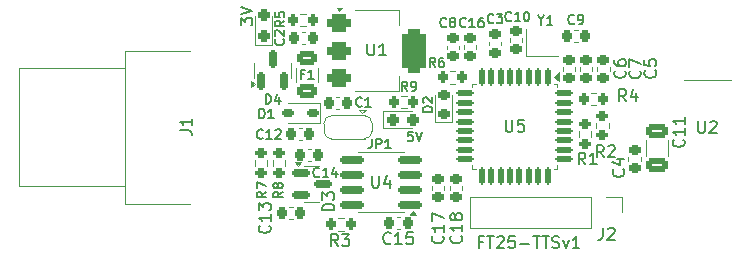
<source format=gbr>
%TF.GenerationSoftware,KiCad,Pcbnew,8.0.8*%
%TF.CreationDate,2025-02-03T14:21:18+01:00*%
%TF.ProjectId,TTS,5454532e-6b69-4636-9164-5f7063625858,rev?*%
%TF.SameCoordinates,PX2255100PY2ebae40*%
%TF.FileFunction,Legend,Top*%
%TF.FilePolarity,Positive*%
%FSLAX46Y46*%
G04 Gerber Fmt 4.6, Leading zero omitted, Abs format (unit mm)*
G04 Created by KiCad (PCBNEW 8.0.8) date 2025-02-03 14:21:18*
%MOMM*%
%LPD*%
G01*
G04 APERTURE LIST*
G04 Aperture macros list*
%AMRoundRect*
0 Rectangle with rounded corners*
0 $1 Rounding radius*
0 $2 $3 $4 $5 $6 $7 $8 $9 X,Y pos of 4 corners*
0 Add a 4 corners polygon primitive as box body*
4,1,4,$2,$3,$4,$5,$6,$7,$8,$9,$2,$3,0*
0 Add four circle primitives for the rounded corners*
1,1,$1+$1,$2,$3*
1,1,$1+$1,$4,$5*
1,1,$1+$1,$6,$7*
1,1,$1+$1,$8,$9*
0 Add four rect primitives between the rounded corners*
20,1,$1+$1,$2,$3,$4,$5,0*
20,1,$1+$1,$4,$5,$6,$7,0*
20,1,$1+$1,$6,$7,$8,$9,0*
20,1,$1+$1,$8,$9,$2,$3,0*%
%AMFreePoly0*
4,1,19,0.550000,-0.750000,0.000000,-0.750000,0.000000,-0.744911,-0.071157,-0.744911,-0.207708,-0.704816,-0.327430,-0.627875,-0.420627,-0.520320,-0.479746,-0.390866,-0.500000,-0.250000,-0.500000,0.250000,-0.479746,0.390866,-0.420627,0.520320,-0.327430,0.627875,-0.207708,0.704816,-0.071157,0.744911,0.000000,0.744911,0.000000,0.750000,0.550000,0.750000,0.550000,-0.750000,0.550000,-0.750000,
$1*%
%AMFreePoly1*
4,1,19,0.000000,0.744911,0.071157,0.744911,0.207708,0.704816,0.327430,0.627875,0.420627,0.520320,0.479746,0.390866,0.500000,0.250000,0.500000,-0.250000,0.479746,-0.390866,0.420627,-0.520320,0.327430,-0.627875,0.207708,-0.704816,0.071157,-0.744911,0.000000,-0.744911,0.000000,-0.750000,-0.550000,-0.750000,-0.550000,0.750000,0.000000,0.750000,0.000000,0.744911,0.000000,0.744911,
$1*%
G04 Aperture macros list end*
%ADD10C,0.150000*%
%ADD11C,0.120000*%
%ADD12RoundRect,0.150000X-0.587500X-0.150000X0.587500X-0.150000X0.587500X0.150000X-0.587500X0.150000X0*%
%ADD13RoundRect,0.225000X0.225000X0.250000X-0.225000X0.250000X-0.225000X-0.250000X0.225000X-0.250000X0*%
%ADD14R,1.700000X1.700000*%
%ADD15O,1.700000X1.700000*%
%ADD16R,0.900000X0.800000*%
%ADD17C,1.800000*%
%ADD18C,4.000000*%
%ADD19RoundRect,0.225000X-0.225000X-0.250000X0.225000X-0.250000X0.225000X0.250000X-0.225000X0.250000X0*%
%ADD20C,3.200000*%
%ADD21RoundRect,0.150000X0.325000X0.150000X-0.325000X0.150000X-0.325000X-0.150000X0.325000X-0.150000X0*%
%ADD22O,4.000000X1.000000*%
%ADD23RoundRect,0.150000X0.825000X0.150000X-0.825000X0.150000X-0.825000X-0.150000X0.825000X-0.150000X0*%
%ADD24RoundRect,0.237500X-0.287500X-0.237500X0.287500X-0.237500X0.287500X0.237500X-0.287500X0.237500X0*%
%ADD25RoundRect,0.150000X0.150000X-0.587500X0.150000X0.587500X-0.150000X0.587500X-0.150000X-0.587500X0*%
%ADD26RoundRect,0.200000X0.275000X-0.200000X0.275000X0.200000X-0.275000X0.200000X-0.275000X-0.200000X0*%
%ADD27RoundRect,0.200000X0.200000X0.275000X-0.200000X0.275000X-0.200000X-0.275000X0.200000X-0.275000X0*%
%ADD28RoundRect,0.200000X-0.200000X-0.275000X0.200000X-0.275000X0.200000X0.275000X-0.200000X0.275000X0*%
%ADD29RoundRect,0.125000X-0.125000X0.625000X-0.125000X-0.625000X0.125000X-0.625000X0.125000X0.625000X0*%
%ADD30RoundRect,0.125000X-0.625000X0.125000X-0.625000X-0.125000X0.625000X-0.125000X0.625000X0.125000X0*%
%ADD31RoundRect,0.237500X0.237500X-0.287500X0.237500X0.287500X-0.237500X0.287500X-0.237500X-0.287500X0*%
%ADD32RoundRect,0.225000X0.250000X-0.225000X0.250000X0.225000X-0.250000X0.225000X-0.250000X-0.225000X0*%
%ADD33RoundRect,0.218750X0.256250X-0.218750X0.256250X0.218750X-0.256250X0.218750X-0.256250X-0.218750X0*%
%ADD34RoundRect,0.250000X-0.625000X0.375000X-0.625000X-0.375000X0.625000X-0.375000X0.625000X0.375000X0*%
%ADD35RoundRect,0.225000X-0.250000X0.225000X-0.250000X-0.225000X0.250000X-0.225000X0.250000X0.225000X0*%
%ADD36FreePoly0,180.000000*%
%ADD37R,1.000000X1.500000*%
%ADD38FreePoly1,180.000000*%
%ADD39RoundRect,0.375000X-0.625000X-0.375000X0.625000X-0.375000X0.625000X0.375000X-0.625000X0.375000X0*%
%ADD40RoundRect,0.500000X-0.500000X-1.400000X0.500000X-1.400000X0.500000X1.400000X-0.500000X1.400000X0*%
%ADD41RoundRect,0.250000X0.650000X-0.325000X0.650000X0.325000X-0.650000X0.325000X-0.650000X-0.325000X0*%
%ADD42RoundRect,0.200000X-0.275000X0.200000X-0.275000X-0.200000X0.275000X-0.200000X0.275000X0.200000X0*%
G04 APERTURE END LIST*
D10*
X124990112Y-1686009D02*
X124656779Y-1686009D01*
X124656779Y-2209819D02*
X124656779Y-1209819D01*
X124656779Y-1209819D02*
X125132969Y-1209819D01*
X125371065Y-1209819D02*
X125942493Y-1209819D01*
X125656779Y-2209819D02*
X125656779Y-1209819D01*
X126228208Y-1305057D02*
X126275827Y-1257438D01*
X126275827Y-1257438D02*
X126371065Y-1209819D01*
X126371065Y-1209819D02*
X126609160Y-1209819D01*
X126609160Y-1209819D02*
X126704398Y-1257438D01*
X126704398Y-1257438D02*
X126752017Y-1305057D01*
X126752017Y-1305057D02*
X126799636Y-1400295D01*
X126799636Y-1400295D02*
X126799636Y-1495533D01*
X126799636Y-1495533D02*
X126752017Y-1638390D01*
X126752017Y-1638390D02*
X126180589Y-2209819D01*
X126180589Y-2209819D02*
X126799636Y-2209819D01*
X127704398Y-1209819D02*
X127228208Y-1209819D01*
X127228208Y-1209819D02*
X127180589Y-1686009D01*
X127180589Y-1686009D02*
X127228208Y-1638390D01*
X127228208Y-1638390D02*
X127323446Y-1590771D01*
X127323446Y-1590771D02*
X127561541Y-1590771D01*
X127561541Y-1590771D02*
X127656779Y-1638390D01*
X127656779Y-1638390D02*
X127704398Y-1686009D01*
X127704398Y-1686009D02*
X127752017Y-1781247D01*
X127752017Y-1781247D02*
X127752017Y-2019342D01*
X127752017Y-2019342D02*
X127704398Y-2114580D01*
X127704398Y-2114580D02*
X127656779Y-2162200D01*
X127656779Y-2162200D02*
X127561541Y-2209819D01*
X127561541Y-2209819D02*
X127323446Y-2209819D01*
X127323446Y-2209819D02*
X127228208Y-2162200D01*
X127228208Y-2162200D02*
X127180589Y-2114580D01*
X128180589Y-1828866D02*
X128942494Y-1828866D01*
X129275827Y-1209819D02*
X129847255Y-1209819D01*
X129561541Y-2209819D02*
X129561541Y-1209819D01*
X130037732Y-1209819D02*
X130609160Y-1209819D01*
X130323446Y-2209819D02*
X130323446Y-1209819D01*
X130894875Y-2162200D02*
X131037732Y-2209819D01*
X131037732Y-2209819D02*
X131275827Y-2209819D01*
X131275827Y-2209819D02*
X131371065Y-2162200D01*
X131371065Y-2162200D02*
X131418684Y-2114580D01*
X131418684Y-2114580D02*
X131466303Y-2019342D01*
X131466303Y-2019342D02*
X131466303Y-1924104D01*
X131466303Y-1924104D02*
X131418684Y-1828866D01*
X131418684Y-1828866D02*
X131371065Y-1781247D01*
X131371065Y-1781247D02*
X131275827Y-1733628D01*
X131275827Y-1733628D02*
X131085351Y-1686009D01*
X131085351Y-1686009D02*
X130990113Y-1638390D01*
X130990113Y-1638390D02*
X130942494Y-1590771D01*
X130942494Y-1590771D02*
X130894875Y-1495533D01*
X130894875Y-1495533D02*
X130894875Y-1400295D01*
X130894875Y-1400295D02*
X130942494Y-1305057D01*
X130942494Y-1305057D02*
X130990113Y-1257438D01*
X130990113Y-1257438D02*
X131085351Y-1209819D01*
X131085351Y-1209819D02*
X131323446Y-1209819D01*
X131323446Y-1209819D02*
X131466303Y-1257438D01*
X131799637Y-1543152D02*
X132037732Y-2209819D01*
X132037732Y-2209819D02*
X132275827Y-1543152D01*
X133180589Y-2209819D02*
X132609161Y-2209819D01*
X132894875Y-2209819D02*
X132894875Y-1209819D01*
X132894875Y-1209819D02*
X132799637Y-1352676D01*
X132799637Y-1352676D02*
X132704399Y-1447914D01*
X132704399Y-1447914D02*
X132609161Y-1495533D01*
X112424819Y971906D02*
X111424819Y971906D01*
X111424819Y971906D02*
X111424819Y1210001D01*
X111424819Y1210001D02*
X111472438Y1352858D01*
X111472438Y1352858D02*
X111567676Y1448096D01*
X111567676Y1448096D02*
X111662914Y1495715D01*
X111662914Y1495715D02*
X111853390Y1543334D01*
X111853390Y1543334D02*
X111996247Y1543334D01*
X111996247Y1543334D02*
X112186723Y1495715D01*
X112186723Y1495715D02*
X112281961Y1448096D01*
X112281961Y1448096D02*
X112377200Y1352858D01*
X112377200Y1352858D02*
X112424819Y1210001D01*
X112424819Y1210001D02*
X112424819Y971906D01*
X111424819Y1876668D02*
X111424819Y2495715D01*
X111424819Y2495715D02*
X111805771Y2162382D01*
X111805771Y2162382D02*
X111805771Y2305239D01*
X111805771Y2305239D02*
X111853390Y2400477D01*
X111853390Y2400477D02*
X111901009Y2448096D01*
X111901009Y2448096D02*
X111996247Y2495715D01*
X111996247Y2495715D02*
X112234342Y2495715D01*
X112234342Y2495715D02*
X112329580Y2448096D01*
X112329580Y2448096D02*
X112377200Y2400477D01*
X112377200Y2400477D02*
X112424819Y2305239D01*
X112424819Y2305239D02*
X112424819Y2019525D01*
X112424819Y2019525D02*
X112377200Y1924287D01*
X112377200Y1924287D02*
X112329580Y1876668D01*
X106365714Y7103896D02*
X106327618Y7065800D01*
X106327618Y7065800D02*
X106213333Y7027705D01*
X106213333Y7027705D02*
X106137142Y7027705D01*
X106137142Y7027705D02*
X106022856Y7065800D01*
X106022856Y7065800D02*
X105946666Y7141991D01*
X105946666Y7141991D02*
X105908571Y7218181D01*
X105908571Y7218181D02*
X105870475Y7370562D01*
X105870475Y7370562D02*
X105870475Y7484848D01*
X105870475Y7484848D02*
X105908571Y7637229D01*
X105908571Y7637229D02*
X105946666Y7713420D01*
X105946666Y7713420D02*
X106022856Y7789610D01*
X106022856Y7789610D02*
X106137142Y7827705D01*
X106137142Y7827705D02*
X106213333Y7827705D01*
X106213333Y7827705D02*
X106327618Y7789610D01*
X106327618Y7789610D02*
X106365714Y7751515D01*
X107127618Y7027705D02*
X106670475Y7027705D01*
X106899047Y7027705D02*
X106899047Y7827705D01*
X106899047Y7827705D02*
X106822856Y7713420D01*
X106822856Y7713420D02*
X106746666Y7637229D01*
X106746666Y7637229D02*
X106670475Y7599134D01*
X107432380Y7751515D02*
X107470476Y7789610D01*
X107470476Y7789610D02*
X107546666Y7827705D01*
X107546666Y7827705D02*
X107737142Y7827705D01*
X107737142Y7827705D02*
X107813333Y7789610D01*
X107813333Y7789610D02*
X107851428Y7751515D01*
X107851428Y7751515D02*
X107889523Y7675324D01*
X107889523Y7675324D02*
X107889523Y7599134D01*
X107889523Y7599134D02*
X107851428Y7484848D01*
X107851428Y7484848D02*
X107394285Y7027705D01*
X107394285Y7027705D02*
X107889523Y7027705D01*
X135176666Y-504819D02*
X135176666Y-1219104D01*
X135176666Y-1219104D02*
X135129047Y-1361961D01*
X135129047Y-1361961D02*
X135033809Y-1457200D01*
X135033809Y-1457200D02*
X134890952Y-1504819D01*
X134890952Y-1504819D02*
X134795714Y-1504819D01*
X135605238Y-600057D02*
X135652857Y-552438D01*
X135652857Y-552438D02*
X135748095Y-504819D01*
X135748095Y-504819D02*
X135986190Y-504819D01*
X135986190Y-504819D02*
X136081428Y-552438D01*
X136081428Y-552438D02*
X136129047Y-600057D01*
X136129047Y-600057D02*
X136176666Y-695295D01*
X136176666Y-695295D02*
X136176666Y-790533D01*
X136176666Y-790533D02*
X136129047Y-933390D01*
X136129047Y-933390D02*
X135557619Y-1504819D01*
X135557619Y-1504819D02*
X136176666Y-1504819D01*
X129934048Y17068658D02*
X129934048Y16687705D01*
X129667381Y17487705D02*
X129934048Y17068658D01*
X129934048Y17068658D02*
X130200714Y17487705D01*
X130886428Y16687705D02*
X130429285Y16687705D01*
X130657857Y16687705D02*
X130657857Y17487705D01*
X130657857Y17487705D02*
X130581666Y17373420D01*
X130581666Y17373420D02*
X130505476Y17297229D01*
X130505476Y17297229D02*
X130429285Y17259134D01*
X99357319Y7746667D02*
X100071604Y7746667D01*
X100071604Y7746667D02*
X100214461Y7699048D01*
X100214461Y7699048D02*
X100309700Y7603810D01*
X100309700Y7603810D02*
X100357319Y7460953D01*
X100357319Y7460953D02*
X100357319Y7365715D01*
X100357319Y8746667D02*
X100357319Y8175239D01*
X100357319Y8460953D02*
X99357319Y8460953D01*
X99357319Y8460953D02*
X99500176Y8365715D01*
X99500176Y8365715D02*
X99595414Y8270477D01*
X99595414Y8270477D02*
X99643033Y8175239D01*
X117197142Y-1779580D02*
X117149523Y-1827200D01*
X117149523Y-1827200D02*
X117006666Y-1874819D01*
X117006666Y-1874819D02*
X116911428Y-1874819D01*
X116911428Y-1874819D02*
X116768571Y-1827200D01*
X116768571Y-1827200D02*
X116673333Y-1731961D01*
X116673333Y-1731961D02*
X116625714Y-1636723D01*
X116625714Y-1636723D02*
X116578095Y-1446247D01*
X116578095Y-1446247D02*
X116578095Y-1303390D01*
X116578095Y-1303390D02*
X116625714Y-1112914D01*
X116625714Y-1112914D02*
X116673333Y-1017676D01*
X116673333Y-1017676D02*
X116768571Y-922438D01*
X116768571Y-922438D02*
X116911428Y-874819D01*
X116911428Y-874819D02*
X117006666Y-874819D01*
X117006666Y-874819D02*
X117149523Y-922438D01*
X117149523Y-922438D02*
X117197142Y-970057D01*
X118149523Y-1874819D02*
X117578095Y-1874819D01*
X117863809Y-1874819D02*
X117863809Y-874819D01*
X117863809Y-874819D02*
X117768571Y-1017676D01*
X117768571Y-1017676D02*
X117673333Y-1112914D01*
X117673333Y-1112914D02*
X117578095Y-1160533D01*
X119054285Y-874819D02*
X118578095Y-874819D01*
X118578095Y-874819D02*
X118530476Y-1351009D01*
X118530476Y-1351009D02*
X118578095Y-1303390D01*
X118578095Y-1303390D02*
X118673333Y-1255771D01*
X118673333Y-1255771D02*
X118911428Y-1255771D01*
X118911428Y-1255771D02*
X119006666Y-1303390D01*
X119006666Y-1303390D02*
X119054285Y-1351009D01*
X119054285Y-1351009D02*
X119101904Y-1446247D01*
X119101904Y-1446247D02*
X119101904Y-1684342D01*
X119101904Y-1684342D02*
X119054285Y-1779580D01*
X119054285Y-1779580D02*
X119006666Y-1827200D01*
X119006666Y-1827200D02*
X118911428Y-1874819D01*
X118911428Y-1874819D02*
X118673333Y-1874819D01*
X118673333Y-1874819D02*
X118578095Y-1827200D01*
X118578095Y-1827200D02*
X118530476Y-1779580D01*
X106069524Y8777705D02*
X106069524Y9577705D01*
X106069524Y9577705D02*
X106260000Y9577705D01*
X106260000Y9577705D02*
X106374286Y9539610D01*
X106374286Y9539610D02*
X106450476Y9463420D01*
X106450476Y9463420D02*
X106488571Y9387229D01*
X106488571Y9387229D02*
X106526667Y9234848D01*
X106526667Y9234848D02*
X106526667Y9120562D01*
X106526667Y9120562D02*
X106488571Y8968181D01*
X106488571Y8968181D02*
X106450476Y8891991D01*
X106450476Y8891991D02*
X106374286Y8815800D01*
X106374286Y8815800D02*
X106260000Y8777705D01*
X106260000Y8777705D02*
X106069524Y8777705D01*
X107288571Y8777705D02*
X106831428Y8777705D01*
X107060000Y8777705D02*
X107060000Y9577705D01*
X107060000Y9577705D02*
X106983809Y9463420D01*
X106983809Y9463420D02*
X106907619Y9387229D01*
X106907619Y9387229D02*
X106831428Y9349134D01*
X143238095Y8545181D02*
X143238095Y7735658D01*
X143238095Y7735658D02*
X143285714Y7640420D01*
X143285714Y7640420D02*
X143333333Y7592800D01*
X143333333Y7592800D02*
X143428571Y7545181D01*
X143428571Y7545181D02*
X143619047Y7545181D01*
X143619047Y7545181D02*
X143714285Y7592800D01*
X143714285Y7592800D02*
X143761904Y7640420D01*
X143761904Y7640420D02*
X143809523Y7735658D01*
X143809523Y7735658D02*
X143809523Y8545181D01*
X144238095Y8449943D02*
X144285714Y8497562D01*
X144285714Y8497562D02*
X144380952Y8545181D01*
X144380952Y8545181D02*
X144619047Y8545181D01*
X144619047Y8545181D02*
X144714285Y8497562D01*
X144714285Y8497562D02*
X144761904Y8449943D01*
X144761904Y8449943D02*
X144809523Y8354705D01*
X144809523Y8354705D02*
X144809523Y8259467D01*
X144809523Y8259467D02*
X144761904Y8116610D01*
X144761904Y8116610D02*
X144190476Y7545181D01*
X144190476Y7545181D02*
X144809523Y7545181D01*
X115633095Y3905181D02*
X115633095Y3095658D01*
X115633095Y3095658D02*
X115680714Y3000420D01*
X115680714Y3000420D02*
X115728333Y2952800D01*
X115728333Y2952800D02*
X115823571Y2905181D01*
X115823571Y2905181D02*
X116014047Y2905181D01*
X116014047Y2905181D02*
X116109285Y2952800D01*
X116109285Y2952800D02*
X116156904Y3000420D01*
X116156904Y3000420D02*
X116204523Y3095658D01*
X116204523Y3095658D02*
X116204523Y3905181D01*
X117109285Y3571848D02*
X117109285Y2905181D01*
X116871190Y3952800D02*
X116633095Y3238515D01*
X116633095Y3238515D02*
X117252142Y3238515D01*
X119067619Y7647705D02*
X118686667Y7647705D01*
X118686667Y7647705D02*
X118648571Y7266753D01*
X118648571Y7266753D02*
X118686667Y7304848D01*
X118686667Y7304848D02*
X118762857Y7342943D01*
X118762857Y7342943D02*
X118953333Y7342943D01*
X118953333Y7342943D02*
X119029524Y7304848D01*
X119029524Y7304848D02*
X119067619Y7266753D01*
X119067619Y7266753D02*
X119105714Y7190562D01*
X119105714Y7190562D02*
X119105714Y7000086D01*
X119105714Y7000086D02*
X119067619Y6923896D01*
X119067619Y6923896D02*
X119029524Y6885800D01*
X119029524Y6885800D02*
X118953333Y6847705D01*
X118953333Y6847705D02*
X118762857Y6847705D01*
X118762857Y6847705D02*
X118686667Y6885800D01*
X118686667Y6885800D02*
X118648571Y6923896D01*
X119334286Y7647705D02*
X119600953Y6847705D01*
X119600953Y6847705D02*
X119867619Y7647705D01*
X106629524Y10007705D02*
X106629524Y10807705D01*
X106629524Y10807705D02*
X106820000Y10807705D01*
X106820000Y10807705D02*
X106934286Y10769610D01*
X106934286Y10769610D02*
X107010476Y10693420D01*
X107010476Y10693420D02*
X107048571Y10617229D01*
X107048571Y10617229D02*
X107086667Y10464848D01*
X107086667Y10464848D02*
X107086667Y10350562D01*
X107086667Y10350562D02*
X107048571Y10198181D01*
X107048571Y10198181D02*
X107010476Y10121991D01*
X107010476Y10121991D02*
X106934286Y10045800D01*
X106934286Y10045800D02*
X106820000Y10007705D01*
X106820000Y10007705D02*
X106629524Y10007705D01*
X107772381Y10541039D02*
X107772381Y10007705D01*
X107581905Y10845800D02*
X107391428Y10274372D01*
X107391428Y10274372D02*
X107886667Y10274372D01*
X133693333Y4870181D02*
X133360000Y5346372D01*
X133121905Y4870181D02*
X133121905Y5870181D01*
X133121905Y5870181D02*
X133502857Y5870181D01*
X133502857Y5870181D02*
X133598095Y5822562D01*
X133598095Y5822562D02*
X133645714Y5774943D01*
X133645714Y5774943D02*
X133693333Y5679705D01*
X133693333Y5679705D02*
X133693333Y5536848D01*
X133693333Y5536848D02*
X133645714Y5441610D01*
X133645714Y5441610D02*
X133598095Y5393991D01*
X133598095Y5393991D02*
X133502857Y5346372D01*
X133502857Y5346372D02*
X133121905Y5346372D01*
X134645714Y4870181D02*
X134074286Y4870181D01*
X134360000Y4870181D02*
X134360000Y5870181D01*
X134360000Y5870181D02*
X134264762Y5727324D01*
X134264762Y5727324D02*
X134169524Y5632086D01*
X134169524Y5632086D02*
X134074286Y5584467D01*
X112753333Y-2044819D02*
X112420000Y-1568628D01*
X112181905Y-2044819D02*
X112181905Y-1044819D01*
X112181905Y-1044819D02*
X112562857Y-1044819D01*
X112562857Y-1044819D02*
X112658095Y-1092438D01*
X112658095Y-1092438D02*
X112705714Y-1140057D01*
X112705714Y-1140057D02*
X112753333Y-1235295D01*
X112753333Y-1235295D02*
X112753333Y-1378152D01*
X112753333Y-1378152D02*
X112705714Y-1473390D01*
X112705714Y-1473390D02*
X112658095Y-1521009D01*
X112658095Y-1521009D02*
X112562857Y-1568628D01*
X112562857Y-1568628D02*
X112181905Y-1568628D01*
X113086667Y-1044819D02*
X113705714Y-1044819D01*
X113705714Y-1044819D02*
X113372381Y-1425771D01*
X113372381Y-1425771D02*
X113515238Y-1425771D01*
X113515238Y-1425771D02*
X113610476Y-1473390D01*
X113610476Y-1473390D02*
X113658095Y-1521009D01*
X113658095Y-1521009D02*
X113705714Y-1616247D01*
X113705714Y-1616247D02*
X113705714Y-1854342D01*
X113705714Y-1854342D02*
X113658095Y-1949580D01*
X113658095Y-1949580D02*
X113610476Y-1997200D01*
X113610476Y-1997200D02*
X113515238Y-2044819D01*
X113515238Y-2044819D02*
X113229524Y-2044819D01*
X113229524Y-2044819D02*
X113134286Y-1997200D01*
X113134286Y-1997200D02*
X113086667Y-1949580D01*
X135243333Y5485181D02*
X134910000Y5961372D01*
X134671905Y5485181D02*
X134671905Y6485181D01*
X134671905Y6485181D02*
X135052857Y6485181D01*
X135052857Y6485181D02*
X135148095Y6437562D01*
X135148095Y6437562D02*
X135195714Y6389943D01*
X135195714Y6389943D02*
X135243333Y6294705D01*
X135243333Y6294705D02*
X135243333Y6151848D01*
X135243333Y6151848D02*
X135195714Y6056610D01*
X135195714Y6056610D02*
X135148095Y6008991D01*
X135148095Y6008991D02*
X135052857Y5961372D01*
X135052857Y5961372D02*
X134671905Y5961372D01*
X135624286Y6389943D02*
X135671905Y6437562D01*
X135671905Y6437562D02*
X135767143Y6485181D01*
X135767143Y6485181D02*
X136005238Y6485181D01*
X136005238Y6485181D02*
X136100476Y6437562D01*
X136100476Y6437562D02*
X136148095Y6389943D01*
X136148095Y6389943D02*
X136195714Y6294705D01*
X136195714Y6294705D02*
X136195714Y6199467D01*
X136195714Y6199467D02*
X136148095Y6056610D01*
X136148095Y6056610D02*
X135576667Y5485181D01*
X135576667Y5485181D02*
X136195714Y5485181D01*
X118606667Y11087705D02*
X118340000Y11468658D01*
X118149524Y11087705D02*
X118149524Y11887705D01*
X118149524Y11887705D02*
X118454286Y11887705D01*
X118454286Y11887705D02*
X118530476Y11849610D01*
X118530476Y11849610D02*
X118568571Y11811515D01*
X118568571Y11811515D02*
X118606667Y11735324D01*
X118606667Y11735324D02*
X118606667Y11621039D01*
X118606667Y11621039D02*
X118568571Y11544848D01*
X118568571Y11544848D02*
X118530476Y11506753D01*
X118530476Y11506753D02*
X118454286Y11468658D01*
X118454286Y11468658D02*
X118149524Y11468658D01*
X118987619Y11087705D02*
X119140000Y11087705D01*
X119140000Y11087705D02*
X119216190Y11125800D01*
X119216190Y11125800D02*
X119254286Y11163896D01*
X119254286Y11163896D02*
X119330476Y11278181D01*
X119330476Y11278181D02*
X119368571Y11430562D01*
X119368571Y11430562D02*
X119368571Y11735324D01*
X119368571Y11735324D02*
X119330476Y11811515D01*
X119330476Y11811515D02*
X119292381Y11849610D01*
X119292381Y11849610D02*
X119216190Y11887705D01*
X119216190Y11887705D02*
X119063809Y11887705D01*
X119063809Y11887705D02*
X118987619Y11849610D01*
X118987619Y11849610D02*
X118949524Y11811515D01*
X118949524Y11811515D02*
X118911428Y11735324D01*
X118911428Y11735324D02*
X118911428Y11544848D01*
X118911428Y11544848D02*
X118949524Y11468658D01*
X118949524Y11468658D02*
X118987619Y11430562D01*
X118987619Y11430562D02*
X119063809Y11392467D01*
X119063809Y11392467D02*
X119216190Y11392467D01*
X119216190Y11392467D02*
X119292381Y11430562D01*
X119292381Y11430562D02*
X119330476Y11468658D01*
X119330476Y11468658D02*
X119368571Y11544848D01*
X126948095Y8645181D02*
X126948095Y7835658D01*
X126948095Y7835658D02*
X126995714Y7740420D01*
X126995714Y7740420D02*
X127043333Y7692800D01*
X127043333Y7692800D02*
X127138571Y7645181D01*
X127138571Y7645181D02*
X127329047Y7645181D01*
X127329047Y7645181D02*
X127424285Y7692800D01*
X127424285Y7692800D02*
X127471904Y7740420D01*
X127471904Y7740420D02*
X127519523Y7835658D01*
X127519523Y7835658D02*
X127519523Y8645181D01*
X128471904Y8645181D02*
X127995714Y8645181D01*
X127995714Y8645181D02*
X127948095Y8168991D01*
X127948095Y8168991D02*
X127995714Y8216610D01*
X127995714Y8216610D02*
X128090952Y8264229D01*
X128090952Y8264229D02*
X128329047Y8264229D01*
X128329047Y8264229D02*
X128424285Y8216610D01*
X128424285Y8216610D02*
X128471904Y8168991D01*
X128471904Y8168991D02*
X128519523Y8073753D01*
X128519523Y8073753D02*
X128519523Y7835658D01*
X128519523Y7835658D02*
X128471904Y7740420D01*
X128471904Y7740420D02*
X128424285Y7692800D01*
X128424285Y7692800D02*
X128329047Y7645181D01*
X128329047Y7645181D02*
X128090952Y7645181D01*
X128090952Y7645181D02*
X127995714Y7692800D01*
X127995714Y7692800D02*
X127948095Y7740420D01*
X104504819Y16658096D02*
X104504819Y17277143D01*
X104504819Y17277143D02*
X104885771Y16943810D01*
X104885771Y16943810D02*
X104885771Y17086667D01*
X104885771Y17086667D02*
X104933390Y17181905D01*
X104933390Y17181905D02*
X104981009Y17229524D01*
X104981009Y17229524D02*
X105076247Y17277143D01*
X105076247Y17277143D02*
X105314342Y17277143D01*
X105314342Y17277143D02*
X105409580Y17229524D01*
X105409580Y17229524D02*
X105457200Y17181905D01*
X105457200Y17181905D02*
X105504819Y17086667D01*
X105504819Y17086667D02*
X105504819Y16800953D01*
X105504819Y16800953D02*
X105457200Y16705715D01*
X105457200Y16705715D02*
X105409580Y16658096D01*
X104504819Y17562858D02*
X105504819Y17896191D01*
X105504819Y17896191D02*
X104504819Y18229524D01*
X137014580Y12813334D02*
X137062200Y12765715D01*
X137062200Y12765715D02*
X137109819Y12622858D01*
X137109819Y12622858D02*
X137109819Y12527620D01*
X137109819Y12527620D02*
X137062200Y12384763D01*
X137062200Y12384763D02*
X136966961Y12289525D01*
X136966961Y12289525D02*
X136871723Y12241906D01*
X136871723Y12241906D02*
X136681247Y12194287D01*
X136681247Y12194287D02*
X136538390Y12194287D01*
X136538390Y12194287D02*
X136347914Y12241906D01*
X136347914Y12241906D02*
X136252676Y12289525D01*
X136252676Y12289525D02*
X136157438Y12384763D01*
X136157438Y12384763D02*
X136109819Y12527620D01*
X136109819Y12527620D02*
X136109819Y12622858D01*
X136109819Y12622858D02*
X136157438Y12765715D01*
X136157438Y12765715D02*
X136205057Y12813334D01*
X136109819Y13670477D02*
X136109819Y13480001D01*
X136109819Y13480001D02*
X136157438Y13384763D01*
X136157438Y13384763D02*
X136205057Y13337144D01*
X136205057Y13337144D02*
X136347914Y13241906D01*
X136347914Y13241906D02*
X136538390Y13194287D01*
X136538390Y13194287D02*
X136919342Y13194287D01*
X136919342Y13194287D02*
X137014580Y13241906D01*
X137014580Y13241906D02*
X137062200Y13289525D01*
X137062200Y13289525D02*
X137109819Y13384763D01*
X137109819Y13384763D02*
X137109819Y13575239D01*
X137109819Y13575239D02*
X137062200Y13670477D01*
X137062200Y13670477D02*
X137014580Y13718096D01*
X137014580Y13718096D02*
X136919342Y13765715D01*
X136919342Y13765715D02*
X136681247Y13765715D01*
X136681247Y13765715D02*
X136586009Y13718096D01*
X136586009Y13718096D02*
X136538390Y13670477D01*
X136538390Y13670477D02*
X136490771Y13575239D01*
X136490771Y13575239D02*
X136490771Y13384763D01*
X136490771Y13384763D02*
X136538390Y13289525D01*
X136538390Y13289525D02*
X136586009Y13241906D01*
X136586009Y13241906D02*
X136681247Y13194287D01*
X111155714Y3883896D02*
X111117618Y3845800D01*
X111117618Y3845800D02*
X111003333Y3807705D01*
X111003333Y3807705D02*
X110927142Y3807705D01*
X110927142Y3807705D02*
X110812856Y3845800D01*
X110812856Y3845800D02*
X110736666Y3921991D01*
X110736666Y3921991D02*
X110698571Y3998181D01*
X110698571Y3998181D02*
X110660475Y4150562D01*
X110660475Y4150562D02*
X110660475Y4264848D01*
X110660475Y4264848D02*
X110698571Y4417229D01*
X110698571Y4417229D02*
X110736666Y4493420D01*
X110736666Y4493420D02*
X110812856Y4569610D01*
X110812856Y4569610D02*
X110927142Y4607705D01*
X110927142Y4607705D02*
X111003333Y4607705D01*
X111003333Y4607705D02*
X111117618Y4569610D01*
X111117618Y4569610D02*
X111155714Y4531515D01*
X111917618Y3807705D02*
X111460475Y3807705D01*
X111689047Y3807705D02*
X111689047Y4607705D01*
X111689047Y4607705D02*
X111612856Y4493420D01*
X111612856Y4493420D02*
X111536666Y4417229D01*
X111536666Y4417229D02*
X111460475Y4379134D01*
X112603333Y4341039D02*
X112603333Y3807705D01*
X112412857Y4645800D02*
X112222380Y4074372D01*
X112222380Y4074372D02*
X112717619Y4074372D01*
X120732295Y9339525D02*
X119932295Y9339525D01*
X119932295Y9339525D02*
X119932295Y9530001D01*
X119932295Y9530001D02*
X119970390Y9644287D01*
X119970390Y9644287D02*
X120046580Y9720477D01*
X120046580Y9720477D02*
X120122771Y9758572D01*
X120122771Y9758572D02*
X120275152Y9796668D01*
X120275152Y9796668D02*
X120389438Y9796668D01*
X120389438Y9796668D02*
X120541819Y9758572D01*
X120541819Y9758572D02*
X120618009Y9720477D01*
X120618009Y9720477D02*
X120694200Y9644287D01*
X120694200Y9644287D02*
X120732295Y9530001D01*
X120732295Y9530001D02*
X120732295Y9339525D01*
X120008485Y10101429D02*
X119970390Y10139525D01*
X119970390Y10139525D02*
X119932295Y10215715D01*
X119932295Y10215715D02*
X119932295Y10406191D01*
X119932295Y10406191D02*
X119970390Y10482382D01*
X119970390Y10482382D02*
X120008485Y10520477D01*
X120008485Y10520477D02*
X120084676Y10558572D01*
X120084676Y10558572D02*
X120160866Y10558572D01*
X120160866Y10558572D02*
X120275152Y10520477D01*
X120275152Y10520477D02*
X120732295Y10063334D01*
X120732295Y10063334D02*
X120732295Y10558572D01*
X109863333Y12516753D02*
X109596667Y12516753D01*
X109596667Y12097705D02*
X109596667Y12897705D01*
X109596667Y12897705D02*
X109977619Y12897705D01*
X110701428Y12097705D02*
X110244285Y12097705D01*
X110472857Y12097705D02*
X110472857Y12897705D01*
X110472857Y12897705D02*
X110396666Y12783420D01*
X110396666Y12783420D02*
X110320476Y12707229D01*
X110320476Y12707229D02*
X110244285Y12669134D01*
X108212295Y17036668D02*
X107831342Y16770001D01*
X108212295Y16579525D02*
X107412295Y16579525D01*
X107412295Y16579525D02*
X107412295Y16884287D01*
X107412295Y16884287D02*
X107450390Y16960477D01*
X107450390Y16960477D02*
X107488485Y16998572D01*
X107488485Y16998572D02*
X107564676Y17036668D01*
X107564676Y17036668D02*
X107678961Y17036668D01*
X107678961Y17036668D02*
X107755152Y16998572D01*
X107755152Y16998572D02*
X107793247Y16960477D01*
X107793247Y16960477D02*
X107831342Y16884287D01*
X107831342Y16884287D02*
X107831342Y16579525D01*
X107412295Y17760477D02*
X107412295Y17379525D01*
X107412295Y17379525D02*
X107793247Y17341429D01*
X107793247Y17341429D02*
X107755152Y17379525D01*
X107755152Y17379525D02*
X107717057Y17455715D01*
X107717057Y17455715D02*
X107717057Y17646191D01*
X107717057Y17646191D02*
X107755152Y17722382D01*
X107755152Y17722382D02*
X107793247Y17760477D01*
X107793247Y17760477D02*
X107869438Y17798572D01*
X107869438Y17798572D02*
X108059914Y17798572D01*
X108059914Y17798572D02*
X108136104Y17760477D01*
X108136104Y17760477D02*
X108174200Y17722382D01*
X108174200Y17722382D02*
X108212295Y17646191D01*
X108212295Y17646191D02*
X108212295Y17455715D01*
X108212295Y17455715D02*
X108174200Y17379525D01*
X108174200Y17379525D02*
X108136104Y17341429D01*
X121599580Y-1192857D02*
X121647200Y-1240476D01*
X121647200Y-1240476D02*
X121694819Y-1383333D01*
X121694819Y-1383333D02*
X121694819Y-1478571D01*
X121694819Y-1478571D02*
X121647200Y-1621428D01*
X121647200Y-1621428D02*
X121551961Y-1716666D01*
X121551961Y-1716666D02*
X121456723Y-1764285D01*
X121456723Y-1764285D02*
X121266247Y-1811904D01*
X121266247Y-1811904D02*
X121123390Y-1811904D01*
X121123390Y-1811904D02*
X120932914Y-1764285D01*
X120932914Y-1764285D02*
X120837676Y-1716666D01*
X120837676Y-1716666D02*
X120742438Y-1621428D01*
X120742438Y-1621428D02*
X120694819Y-1478571D01*
X120694819Y-1478571D02*
X120694819Y-1383333D01*
X120694819Y-1383333D02*
X120742438Y-1240476D01*
X120742438Y-1240476D02*
X120790057Y-1192857D01*
X121694819Y-240476D02*
X121694819Y-811904D01*
X121694819Y-526190D02*
X120694819Y-526190D01*
X120694819Y-526190D02*
X120837676Y-621428D01*
X120837676Y-621428D02*
X120932914Y-716666D01*
X120932914Y-716666D02*
X120980533Y-811904D01*
X120694819Y92858D02*
X120694819Y759524D01*
X120694819Y759524D02*
X121694819Y330953D01*
X108082295Y2556668D02*
X107701342Y2290001D01*
X108082295Y2099525D02*
X107282295Y2099525D01*
X107282295Y2099525D02*
X107282295Y2404287D01*
X107282295Y2404287D02*
X107320390Y2480477D01*
X107320390Y2480477D02*
X107358485Y2518572D01*
X107358485Y2518572D02*
X107434676Y2556668D01*
X107434676Y2556668D02*
X107548961Y2556668D01*
X107548961Y2556668D02*
X107625152Y2518572D01*
X107625152Y2518572D02*
X107663247Y2480477D01*
X107663247Y2480477D02*
X107701342Y2404287D01*
X107701342Y2404287D02*
X107701342Y2099525D01*
X107625152Y3013810D02*
X107587057Y2937620D01*
X107587057Y2937620D02*
X107548961Y2899525D01*
X107548961Y2899525D02*
X107472771Y2861429D01*
X107472771Y2861429D02*
X107434676Y2861429D01*
X107434676Y2861429D02*
X107358485Y2899525D01*
X107358485Y2899525D02*
X107320390Y2937620D01*
X107320390Y2937620D02*
X107282295Y3013810D01*
X107282295Y3013810D02*
X107282295Y3166191D01*
X107282295Y3166191D02*
X107320390Y3242382D01*
X107320390Y3242382D02*
X107358485Y3280477D01*
X107358485Y3280477D02*
X107434676Y3318572D01*
X107434676Y3318572D02*
X107472771Y3318572D01*
X107472771Y3318572D02*
X107548961Y3280477D01*
X107548961Y3280477D02*
X107587057Y3242382D01*
X107587057Y3242382D02*
X107625152Y3166191D01*
X107625152Y3166191D02*
X107625152Y3013810D01*
X107625152Y3013810D02*
X107663247Y2937620D01*
X107663247Y2937620D02*
X107701342Y2899525D01*
X107701342Y2899525D02*
X107777533Y2861429D01*
X107777533Y2861429D02*
X107929914Y2861429D01*
X107929914Y2861429D02*
X108006104Y2899525D01*
X108006104Y2899525D02*
X108044200Y2937620D01*
X108044200Y2937620D02*
X108082295Y3013810D01*
X108082295Y3013810D02*
X108082295Y3166191D01*
X108082295Y3166191D02*
X108044200Y3242382D01*
X108044200Y3242382D02*
X108006104Y3280477D01*
X108006104Y3280477D02*
X107929914Y3318572D01*
X107929914Y3318572D02*
X107777533Y3318572D01*
X107777533Y3318572D02*
X107701342Y3280477D01*
X107701342Y3280477D02*
X107663247Y3242382D01*
X107663247Y3242382D02*
X107625152Y3166191D01*
X137143333Y10225181D02*
X136810000Y10701372D01*
X136571905Y10225181D02*
X136571905Y11225181D01*
X136571905Y11225181D02*
X136952857Y11225181D01*
X136952857Y11225181D02*
X137048095Y11177562D01*
X137048095Y11177562D02*
X137095714Y11129943D01*
X137095714Y11129943D02*
X137143333Y11034705D01*
X137143333Y11034705D02*
X137143333Y10891848D01*
X137143333Y10891848D02*
X137095714Y10796610D01*
X137095714Y10796610D02*
X137048095Y10748991D01*
X137048095Y10748991D02*
X136952857Y10701372D01*
X136952857Y10701372D02*
X136571905Y10701372D01*
X138000476Y10891848D02*
X138000476Y10225181D01*
X137762381Y11272800D02*
X137524286Y10558515D01*
X137524286Y10558515D02*
X138143333Y10558515D01*
X121891667Y16573896D02*
X121853571Y16535800D01*
X121853571Y16535800D02*
X121739286Y16497705D01*
X121739286Y16497705D02*
X121663095Y16497705D01*
X121663095Y16497705D02*
X121548809Y16535800D01*
X121548809Y16535800D02*
X121472619Y16611991D01*
X121472619Y16611991D02*
X121434524Y16688181D01*
X121434524Y16688181D02*
X121396428Y16840562D01*
X121396428Y16840562D02*
X121396428Y16954848D01*
X121396428Y16954848D02*
X121434524Y17107229D01*
X121434524Y17107229D02*
X121472619Y17183420D01*
X121472619Y17183420D02*
X121548809Y17259610D01*
X121548809Y17259610D02*
X121663095Y17297705D01*
X121663095Y17297705D02*
X121739286Y17297705D01*
X121739286Y17297705D02*
X121853571Y17259610D01*
X121853571Y17259610D02*
X121891667Y17221515D01*
X122348809Y16954848D02*
X122272619Y16992943D01*
X122272619Y16992943D02*
X122234524Y17031039D01*
X122234524Y17031039D02*
X122196428Y17107229D01*
X122196428Y17107229D02*
X122196428Y17145324D01*
X122196428Y17145324D02*
X122234524Y17221515D01*
X122234524Y17221515D02*
X122272619Y17259610D01*
X122272619Y17259610D02*
X122348809Y17297705D01*
X122348809Y17297705D02*
X122501190Y17297705D01*
X122501190Y17297705D02*
X122577381Y17259610D01*
X122577381Y17259610D02*
X122615476Y17221515D01*
X122615476Y17221515D02*
X122653571Y17145324D01*
X122653571Y17145324D02*
X122653571Y17107229D01*
X122653571Y17107229D02*
X122615476Y17031039D01*
X122615476Y17031039D02*
X122577381Y16992943D01*
X122577381Y16992943D02*
X122501190Y16954848D01*
X122501190Y16954848D02*
X122348809Y16954848D01*
X122348809Y16954848D02*
X122272619Y16916753D01*
X122272619Y16916753D02*
X122234524Y16878658D01*
X122234524Y16878658D02*
X122196428Y16802467D01*
X122196428Y16802467D02*
X122196428Y16650086D01*
X122196428Y16650086D02*
X122234524Y16573896D01*
X122234524Y16573896D02*
X122272619Y16535800D01*
X122272619Y16535800D02*
X122348809Y16497705D01*
X122348809Y16497705D02*
X122501190Y16497705D01*
X122501190Y16497705D02*
X122577381Y16535800D01*
X122577381Y16535800D02*
X122615476Y16573896D01*
X122615476Y16573896D02*
X122653571Y16650086D01*
X122653571Y16650086D02*
X122653571Y16802467D01*
X122653571Y16802467D02*
X122615476Y16878658D01*
X122615476Y16878658D02*
X122577381Y16916753D01*
X122577381Y16916753D02*
X122501190Y16954848D01*
X115593333Y7027705D02*
X115593333Y6456277D01*
X115593333Y6456277D02*
X115555238Y6341991D01*
X115555238Y6341991D02*
X115479047Y6265800D01*
X115479047Y6265800D02*
X115364762Y6227705D01*
X115364762Y6227705D02*
X115288571Y6227705D01*
X115974286Y6227705D02*
X115974286Y7027705D01*
X115974286Y7027705D02*
X116279048Y7027705D01*
X116279048Y7027705D02*
X116355238Y6989610D01*
X116355238Y6989610D02*
X116393333Y6951515D01*
X116393333Y6951515D02*
X116431429Y6875324D01*
X116431429Y6875324D02*
X116431429Y6761039D01*
X116431429Y6761039D02*
X116393333Y6684848D01*
X116393333Y6684848D02*
X116355238Y6646753D01*
X116355238Y6646753D02*
X116279048Y6608658D01*
X116279048Y6608658D02*
X115974286Y6608658D01*
X117193333Y6227705D02*
X116736190Y6227705D01*
X116964762Y6227705D02*
X116964762Y7027705D01*
X116964762Y7027705D02*
X116888571Y6913420D01*
X116888571Y6913420D02*
X116812381Y6837229D01*
X116812381Y6837229D02*
X116736190Y6799134D01*
X127415714Y17073896D02*
X127377618Y17035800D01*
X127377618Y17035800D02*
X127263333Y16997705D01*
X127263333Y16997705D02*
X127187142Y16997705D01*
X127187142Y16997705D02*
X127072856Y17035800D01*
X127072856Y17035800D02*
X126996666Y17111991D01*
X126996666Y17111991D02*
X126958571Y17188181D01*
X126958571Y17188181D02*
X126920475Y17340562D01*
X126920475Y17340562D02*
X126920475Y17454848D01*
X126920475Y17454848D02*
X126958571Y17607229D01*
X126958571Y17607229D02*
X126996666Y17683420D01*
X126996666Y17683420D02*
X127072856Y17759610D01*
X127072856Y17759610D02*
X127187142Y17797705D01*
X127187142Y17797705D02*
X127263333Y17797705D01*
X127263333Y17797705D02*
X127377618Y17759610D01*
X127377618Y17759610D02*
X127415714Y17721515D01*
X128177618Y16997705D02*
X127720475Y16997705D01*
X127949047Y16997705D02*
X127949047Y17797705D01*
X127949047Y17797705D02*
X127872856Y17683420D01*
X127872856Y17683420D02*
X127796666Y17607229D01*
X127796666Y17607229D02*
X127720475Y17569134D01*
X128672857Y17797705D02*
X128749047Y17797705D01*
X128749047Y17797705D02*
X128825238Y17759610D01*
X128825238Y17759610D02*
X128863333Y17721515D01*
X128863333Y17721515D02*
X128901428Y17645324D01*
X128901428Y17645324D02*
X128939523Y17492943D01*
X128939523Y17492943D02*
X128939523Y17302467D01*
X128939523Y17302467D02*
X128901428Y17150086D01*
X128901428Y17150086D02*
X128863333Y17073896D01*
X128863333Y17073896D02*
X128825238Y17035800D01*
X128825238Y17035800D02*
X128749047Y16997705D01*
X128749047Y16997705D02*
X128672857Y16997705D01*
X128672857Y16997705D02*
X128596666Y17035800D01*
X128596666Y17035800D02*
X128558571Y17073896D01*
X128558571Y17073896D02*
X128520476Y17150086D01*
X128520476Y17150086D02*
X128482380Y17302467D01*
X128482380Y17302467D02*
X128482380Y17492943D01*
X128482380Y17492943D02*
X128520476Y17645324D01*
X128520476Y17645324D02*
X128558571Y17721515D01*
X128558571Y17721515D02*
X128596666Y17759610D01*
X128596666Y17759610D02*
X128672857Y17797705D01*
X136899580Y4453334D02*
X136947200Y4405715D01*
X136947200Y4405715D02*
X136994819Y4262858D01*
X136994819Y4262858D02*
X136994819Y4167620D01*
X136994819Y4167620D02*
X136947200Y4024763D01*
X136947200Y4024763D02*
X136851961Y3929525D01*
X136851961Y3929525D02*
X136756723Y3881906D01*
X136756723Y3881906D02*
X136566247Y3834287D01*
X136566247Y3834287D02*
X136423390Y3834287D01*
X136423390Y3834287D02*
X136232914Y3881906D01*
X136232914Y3881906D02*
X136137676Y3929525D01*
X136137676Y3929525D02*
X136042438Y4024763D01*
X136042438Y4024763D02*
X135994819Y4167620D01*
X135994819Y4167620D02*
X135994819Y4262858D01*
X135994819Y4262858D02*
X136042438Y4405715D01*
X136042438Y4405715D02*
X136090057Y4453334D01*
X136328152Y5310477D02*
X136994819Y5310477D01*
X135947200Y5072382D02*
X136661485Y4834287D01*
X136661485Y4834287D02*
X136661485Y5453334D01*
X115238095Y15092681D02*
X115238095Y14283158D01*
X115238095Y14283158D02*
X115285714Y14187920D01*
X115285714Y14187920D02*
X115333333Y14140300D01*
X115333333Y14140300D02*
X115428571Y14092681D01*
X115428571Y14092681D02*
X115619047Y14092681D01*
X115619047Y14092681D02*
X115714285Y14140300D01*
X115714285Y14140300D02*
X115761904Y14187920D01*
X115761904Y14187920D02*
X115809523Y14283158D01*
X115809523Y14283158D02*
X115809523Y15092681D01*
X116809523Y14092681D02*
X116238095Y14092681D01*
X116523809Y14092681D02*
X116523809Y15092681D01*
X116523809Y15092681D02*
X116428571Y14949824D01*
X116428571Y14949824D02*
X116333333Y14854586D01*
X116333333Y14854586D02*
X116238095Y14806967D01*
X141989580Y6967143D02*
X142037200Y6919524D01*
X142037200Y6919524D02*
X142084819Y6776667D01*
X142084819Y6776667D02*
X142084819Y6681429D01*
X142084819Y6681429D02*
X142037200Y6538572D01*
X142037200Y6538572D02*
X141941961Y6443334D01*
X141941961Y6443334D02*
X141846723Y6395715D01*
X141846723Y6395715D02*
X141656247Y6348096D01*
X141656247Y6348096D02*
X141513390Y6348096D01*
X141513390Y6348096D02*
X141322914Y6395715D01*
X141322914Y6395715D02*
X141227676Y6443334D01*
X141227676Y6443334D02*
X141132438Y6538572D01*
X141132438Y6538572D02*
X141084819Y6681429D01*
X141084819Y6681429D02*
X141084819Y6776667D01*
X141084819Y6776667D02*
X141132438Y6919524D01*
X141132438Y6919524D02*
X141180057Y6967143D01*
X142084819Y7919524D02*
X142084819Y7348096D01*
X142084819Y7633810D02*
X141084819Y7633810D01*
X141084819Y7633810D02*
X141227676Y7538572D01*
X141227676Y7538572D02*
X141322914Y7443334D01*
X141322914Y7443334D02*
X141370533Y7348096D01*
X142084819Y8871905D02*
X142084819Y8300477D01*
X142084819Y8586191D02*
X141084819Y8586191D01*
X141084819Y8586191D02*
X141227676Y8490953D01*
X141227676Y8490953D02*
X141322914Y8395715D01*
X141322914Y8395715D02*
X141370533Y8300477D01*
X132756667Y16833896D02*
X132718571Y16795800D01*
X132718571Y16795800D02*
X132604286Y16757705D01*
X132604286Y16757705D02*
X132528095Y16757705D01*
X132528095Y16757705D02*
X132413809Y16795800D01*
X132413809Y16795800D02*
X132337619Y16871991D01*
X132337619Y16871991D02*
X132299524Y16948181D01*
X132299524Y16948181D02*
X132261428Y17100562D01*
X132261428Y17100562D02*
X132261428Y17214848D01*
X132261428Y17214848D02*
X132299524Y17367229D01*
X132299524Y17367229D02*
X132337619Y17443420D01*
X132337619Y17443420D02*
X132413809Y17519610D01*
X132413809Y17519610D02*
X132528095Y17557705D01*
X132528095Y17557705D02*
X132604286Y17557705D01*
X132604286Y17557705D02*
X132718571Y17519610D01*
X132718571Y17519610D02*
X132756667Y17481515D01*
X133137619Y16757705D02*
X133290000Y16757705D01*
X133290000Y16757705D02*
X133366190Y16795800D01*
X133366190Y16795800D02*
X133404286Y16833896D01*
X133404286Y16833896D02*
X133480476Y16948181D01*
X133480476Y16948181D02*
X133518571Y17100562D01*
X133518571Y17100562D02*
X133518571Y17405324D01*
X133518571Y17405324D02*
X133480476Y17481515D01*
X133480476Y17481515D02*
X133442381Y17519610D01*
X133442381Y17519610D02*
X133366190Y17557705D01*
X133366190Y17557705D02*
X133213809Y17557705D01*
X133213809Y17557705D02*
X133137619Y17519610D01*
X133137619Y17519610D02*
X133099524Y17481515D01*
X133099524Y17481515D02*
X133061428Y17405324D01*
X133061428Y17405324D02*
X133061428Y17214848D01*
X133061428Y17214848D02*
X133099524Y17138658D01*
X133099524Y17138658D02*
X133137619Y17100562D01*
X133137619Y17100562D02*
X133213809Y17062467D01*
X133213809Y17062467D02*
X133366190Y17062467D01*
X133366190Y17062467D02*
X133442381Y17100562D01*
X133442381Y17100562D02*
X133480476Y17138658D01*
X133480476Y17138658D02*
X133518571Y17214848D01*
X123159580Y-1182857D02*
X123207200Y-1230476D01*
X123207200Y-1230476D02*
X123254819Y-1373333D01*
X123254819Y-1373333D02*
X123254819Y-1468571D01*
X123254819Y-1468571D02*
X123207200Y-1611428D01*
X123207200Y-1611428D02*
X123111961Y-1706666D01*
X123111961Y-1706666D02*
X123016723Y-1754285D01*
X123016723Y-1754285D02*
X122826247Y-1801904D01*
X122826247Y-1801904D02*
X122683390Y-1801904D01*
X122683390Y-1801904D02*
X122492914Y-1754285D01*
X122492914Y-1754285D02*
X122397676Y-1706666D01*
X122397676Y-1706666D02*
X122302438Y-1611428D01*
X122302438Y-1611428D02*
X122254819Y-1468571D01*
X122254819Y-1468571D02*
X122254819Y-1373333D01*
X122254819Y-1373333D02*
X122302438Y-1230476D01*
X122302438Y-1230476D02*
X122350057Y-1182857D01*
X123254819Y-230476D02*
X123254819Y-801904D01*
X123254819Y-516190D02*
X122254819Y-516190D01*
X122254819Y-516190D02*
X122397676Y-611428D01*
X122397676Y-611428D02*
X122492914Y-706666D01*
X122492914Y-706666D02*
X122540533Y-801904D01*
X122683390Y340953D02*
X122635771Y245715D01*
X122635771Y245715D02*
X122588152Y198096D01*
X122588152Y198096D02*
X122492914Y150477D01*
X122492914Y150477D02*
X122445295Y150477D01*
X122445295Y150477D02*
X122350057Y198096D01*
X122350057Y198096D02*
X122302438Y245715D01*
X122302438Y245715D02*
X122254819Y340953D01*
X122254819Y340953D02*
X122254819Y531429D01*
X122254819Y531429D02*
X122302438Y626667D01*
X122302438Y626667D02*
X122350057Y674286D01*
X122350057Y674286D02*
X122445295Y721905D01*
X122445295Y721905D02*
X122492914Y721905D01*
X122492914Y721905D02*
X122588152Y674286D01*
X122588152Y674286D02*
X122635771Y626667D01*
X122635771Y626667D02*
X122683390Y531429D01*
X122683390Y531429D02*
X122683390Y340953D01*
X122683390Y340953D02*
X122731009Y245715D01*
X122731009Y245715D02*
X122778628Y198096D01*
X122778628Y198096D02*
X122873866Y150477D01*
X122873866Y150477D02*
X123064342Y150477D01*
X123064342Y150477D02*
X123159580Y198096D01*
X123159580Y198096D02*
X123207200Y245715D01*
X123207200Y245715D02*
X123254819Y340953D01*
X123254819Y340953D02*
X123254819Y531429D01*
X123254819Y531429D02*
X123207200Y626667D01*
X123207200Y626667D02*
X123159580Y674286D01*
X123159580Y674286D02*
X123064342Y721905D01*
X123064342Y721905D02*
X122873866Y721905D01*
X122873866Y721905D02*
X122778628Y674286D01*
X122778628Y674286D02*
X122731009Y626667D01*
X122731009Y626667D02*
X122683390Y531429D01*
X114756667Y9833896D02*
X114718571Y9795800D01*
X114718571Y9795800D02*
X114604286Y9757705D01*
X114604286Y9757705D02*
X114528095Y9757705D01*
X114528095Y9757705D02*
X114413809Y9795800D01*
X114413809Y9795800D02*
X114337619Y9871991D01*
X114337619Y9871991D02*
X114299524Y9948181D01*
X114299524Y9948181D02*
X114261428Y10100562D01*
X114261428Y10100562D02*
X114261428Y10214848D01*
X114261428Y10214848D02*
X114299524Y10367229D01*
X114299524Y10367229D02*
X114337619Y10443420D01*
X114337619Y10443420D02*
X114413809Y10519610D01*
X114413809Y10519610D02*
X114528095Y10557705D01*
X114528095Y10557705D02*
X114604286Y10557705D01*
X114604286Y10557705D02*
X114718571Y10519610D01*
X114718571Y10519610D02*
X114756667Y10481515D01*
X115518571Y9757705D02*
X115061428Y9757705D01*
X115290000Y9757705D02*
X115290000Y10557705D01*
X115290000Y10557705D02*
X115213809Y10443420D01*
X115213809Y10443420D02*
X115137619Y10367229D01*
X115137619Y10367229D02*
X115061428Y10329134D01*
X120976667Y13117705D02*
X120710000Y13498658D01*
X120519524Y13117705D02*
X120519524Y13917705D01*
X120519524Y13917705D02*
X120824286Y13917705D01*
X120824286Y13917705D02*
X120900476Y13879610D01*
X120900476Y13879610D02*
X120938571Y13841515D01*
X120938571Y13841515D02*
X120976667Y13765324D01*
X120976667Y13765324D02*
X120976667Y13651039D01*
X120976667Y13651039D02*
X120938571Y13574848D01*
X120938571Y13574848D02*
X120900476Y13536753D01*
X120900476Y13536753D02*
X120824286Y13498658D01*
X120824286Y13498658D02*
X120519524Y13498658D01*
X121662381Y13917705D02*
X121510000Y13917705D01*
X121510000Y13917705D02*
X121433809Y13879610D01*
X121433809Y13879610D02*
X121395714Y13841515D01*
X121395714Y13841515D02*
X121319524Y13727229D01*
X121319524Y13727229D02*
X121281428Y13574848D01*
X121281428Y13574848D02*
X121281428Y13270086D01*
X121281428Y13270086D02*
X121319524Y13193896D01*
X121319524Y13193896D02*
X121357619Y13155800D01*
X121357619Y13155800D02*
X121433809Y13117705D01*
X121433809Y13117705D02*
X121586190Y13117705D01*
X121586190Y13117705D02*
X121662381Y13155800D01*
X121662381Y13155800D02*
X121700476Y13193896D01*
X121700476Y13193896D02*
X121738571Y13270086D01*
X121738571Y13270086D02*
X121738571Y13460562D01*
X121738571Y13460562D02*
X121700476Y13536753D01*
X121700476Y13536753D02*
X121662381Y13574848D01*
X121662381Y13574848D02*
X121586190Y13612943D01*
X121586190Y13612943D02*
X121433809Y13612943D01*
X121433809Y13612943D02*
X121357619Y13574848D01*
X121357619Y13574848D02*
X121319524Y13536753D01*
X121319524Y13536753D02*
X121281428Y13460562D01*
X123550714Y16553896D02*
X123512618Y16515800D01*
X123512618Y16515800D02*
X123398333Y16477705D01*
X123398333Y16477705D02*
X123322142Y16477705D01*
X123322142Y16477705D02*
X123207856Y16515800D01*
X123207856Y16515800D02*
X123131666Y16591991D01*
X123131666Y16591991D02*
X123093571Y16668181D01*
X123093571Y16668181D02*
X123055475Y16820562D01*
X123055475Y16820562D02*
X123055475Y16934848D01*
X123055475Y16934848D02*
X123093571Y17087229D01*
X123093571Y17087229D02*
X123131666Y17163420D01*
X123131666Y17163420D02*
X123207856Y17239610D01*
X123207856Y17239610D02*
X123322142Y17277705D01*
X123322142Y17277705D02*
X123398333Y17277705D01*
X123398333Y17277705D02*
X123512618Y17239610D01*
X123512618Y17239610D02*
X123550714Y17201515D01*
X124312618Y16477705D02*
X123855475Y16477705D01*
X124084047Y16477705D02*
X124084047Y17277705D01*
X124084047Y17277705D02*
X124007856Y17163420D01*
X124007856Y17163420D02*
X123931666Y17087229D01*
X123931666Y17087229D02*
X123855475Y17049134D01*
X124998333Y17277705D02*
X124845952Y17277705D01*
X124845952Y17277705D02*
X124769761Y17239610D01*
X124769761Y17239610D02*
X124731666Y17201515D01*
X124731666Y17201515D02*
X124655476Y17087229D01*
X124655476Y17087229D02*
X124617380Y16934848D01*
X124617380Y16934848D02*
X124617380Y16630086D01*
X124617380Y16630086D02*
X124655476Y16553896D01*
X124655476Y16553896D02*
X124693571Y16515800D01*
X124693571Y16515800D02*
X124769761Y16477705D01*
X124769761Y16477705D02*
X124922142Y16477705D01*
X124922142Y16477705D02*
X124998333Y16515800D01*
X124998333Y16515800D02*
X125036428Y16553896D01*
X125036428Y16553896D02*
X125074523Y16630086D01*
X125074523Y16630086D02*
X125074523Y16820562D01*
X125074523Y16820562D02*
X125036428Y16896753D01*
X125036428Y16896753D02*
X124998333Y16934848D01*
X124998333Y16934848D02*
X124922142Y16972943D01*
X124922142Y16972943D02*
X124769761Y16972943D01*
X124769761Y16972943D02*
X124693571Y16934848D01*
X124693571Y16934848D02*
X124655476Y16896753D01*
X124655476Y16896753D02*
X124617380Y16820562D01*
X106682295Y2566668D02*
X106301342Y2300001D01*
X106682295Y2109525D02*
X105882295Y2109525D01*
X105882295Y2109525D02*
X105882295Y2414287D01*
X105882295Y2414287D02*
X105920390Y2490477D01*
X105920390Y2490477D02*
X105958485Y2528572D01*
X105958485Y2528572D02*
X106034676Y2566668D01*
X106034676Y2566668D02*
X106148961Y2566668D01*
X106148961Y2566668D02*
X106225152Y2528572D01*
X106225152Y2528572D02*
X106263247Y2490477D01*
X106263247Y2490477D02*
X106301342Y2414287D01*
X106301342Y2414287D02*
X106301342Y2109525D01*
X105882295Y2833334D02*
X105882295Y3366668D01*
X105882295Y3366668D02*
X106682295Y3023810D01*
X108096104Y15456668D02*
X108134200Y15418572D01*
X108134200Y15418572D02*
X108172295Y15304287D01*
X108172295Y15304287D02*
X108172295Y15228096D01*
X108172295Y15228096D02*
X108134200Y15113810D01*
X108134200Y15113810D02*
X108058009Y15037620D01*
X108058009Y15037620D02*
X107981819Y14999525D01*
X107981819Y14999525D02*
X107829438Y14961429D01*
X107829438Y14961429D02*
X107715152Y14961429D01*
X107715152Y14961429D02*
X107562771Y14999525D01*
X107562771Y14999525D02*
X107486580Y15037620D01*
X107486580Y15037620D02*
X107410390Y15113810D01*
X107410390Y15113810D02*
X107372295Y15228096D01*
X107372295Y15228096D02*
X107372295Y15304287D01*
X107372295Y15304287D02*
X107410390Y15418572D01*
X107410390Y15418572D02*
X107448485Y15456668D01*
X107448485Y15761429D02*
X107410390Y15799525D01*
X107410390Y15799525D02*
X107372295Y15875715D01*
X107372295Y15875715D02*
X107372295Y16066191D01*
X107372295Y16066191D02*
X107410390Y16142382D01*
X107410390Y16142382D02*
X107448485Y16180477D01*
X107448485Y16180477D02*
X107524676Y16218572D01*
X107524676Y16218572D02*
X107600866Y16218572D01*
X107600866Y16218572D02*
X107715152Y16180477D01*
X107715152Y16180477D02*
X108172295Y15723334D01*
X108172295Y15723334D02*
X108172295Y16218572D01*
X125911667Y16903896D02*
X125873571Y16865800D01*
X125873571Y16865800D02*
X125759286Y16827705D01*
X125759286Y16827705D02*
X125683095Y16827705D01*
X125683095Y16827705D02*
X125568809Y16865800D01*
X125568809Y16865800D02*
X125492619Y16941991D01*
X125492619Y16941991D02*
X125454524Y17018181D01*
X125454524Y17018181D02*
X125416428Y17170562D01*
X125416428Y17170562D02*
X125416428Y17284848D01*
X125416428Y17284848D02*
X125454524Y17437229D01*
X125454524Y17437229D02*
X125492619Y17513420D01*
X125492619Y17513420D02*
X125568809Y17589610D01*
X125568809Y17589610D02*
X125683095Y17627705D01*
X125683095Y17627705D02*
X125759286Y17627705D01*
X125759286Y17627705D02*
X125873571Y17589610D01*
X125873571Y17589610D02*
X125911667Y17551515D01*
X126178333Y17627705D02*
X126673571Y17627705D01*
X126673571Y17627705D02*
X126406905Y17322943D01*
X126406905Y17322943D02*
X126521190Y17322943D01*
X126521190Y17322943D02*
X126597381Y17284848D01*
X126597381Y17284848D02*
X126635476Y17246753D01*
X126635476Y17246753D02*
X126673571Y17170562D01*
X126673571Y17170562D02*
X126673571Y16980086D01*
X126673571Y16980086D02*
X126635476Y16903896D01*
X126635476Y16903896D02*
X126597381Y16865800D01*
X126597381Y16865800D02*
X126521190Y16827705D01*
X126521190Y16827705D02*
X126292619Y16827705D01*
X126292619Y16827705D02*
X126216428Y16865800D01*
X126216428Y16865800D02*
X126178333Y16903896D01*
X138284580Y12793334D02*
X138332200Y12745715D01*
X138332200Y12745715D02*
X138379819Y12602858D01*
X138379819Y12602858D02*
X138379819Y12507620D01*
X138379819Y12507620D02*
X138332200Y12364763D01*
X138332200Y12364763D02*
X138236961Y12269525D01*
X138236961Y12269525D02*
X138141723Y12221906D01*
X138141723Y12221906D02*
X137951247Y12174287D01*
X137951247Y12174287D02*
X137808390Y12174287D01*
X137808390Y12174287D02*
X137617914Y12221906D01*
X137617914Y12221906D02*
X137522676Y12269525D01*
X137522676Y12269525D02*
X137427438Y12364763D01*
X137427438Y12364763D02*
X137379819Y12507620D01*
X137379819Y12507620D02*
X137379819Y12602858D01*
X137379819Y12602858D02*
X137427438Y12745715D01*
X137427438Y12745715D02*
X137475057Y12793334D01*
X137379819Y13126668D02*
X137379819Y13793334D01*
X137379819Y13793334D02*
X138379819Y13364763D01*
X106939580Y-302857D02*
X106987200Y-350476D01*
X106987200Y-350476D02*
X107034819Y-493333D01*
X107034819Y-493333D02*
X107034819Y-588571D01*
X107034819Y-588571D02*
X106987200Y-731428D01*
X106987200Y-731428D02*
X106891961Y-826666D01*
X106891961Y-826666D02*
X106796723Y-874285D01*
X106796723Y-874285D02*
X106606247Y-921904D01*
X106606247Y-921904D02*
X106463390Y-921904D01*
X106463390Y-921904D02*
X106272914Y-874285D01*
X106272914Y-874285D02*
X106177676Y-826666D01*
X106177676Y-826666D02*
X106082438Y-731428D01*
X106082438Y-731428D02*
X106034819Y-588571D01*
X106034819Y-588571D02*
X106034819Y-493333D01*
X106034819Y-493333D02*
X106082438Y-350476D01*
X106082438Y-350476D02*
X106130057Y-302857D01*
X107034819Y649524D02*
X107034819Y78096D01*
X107034819Y363810D02*
X106034819Y363810D01*
X106034819Y363810D02*
X106177676Y268572D01*
X106177676Y268572D02*
X106272914Y173334D01*
X106272914Y173334D02*
X106320533Y78096D01*
X106034819Y982858D02*
X106034819Y1601905D01*
X106034819Y1601905D02*
X106415771Y1268572D01*
X106415771Y1268572D02*
X106415771Y1411429D01*
X106415771Y1411429D02*
X106463390Y1506667D01*
X106463390Y1506667D02*
X106511009Y1554286D01*
X106511009Y1554286D02*
X106606247Y1601905D01*
X106606247Y1601905D02*
X106844342Y1601905D01*
X106844342Y1601905D02*
X106939580Y1554286D01*
X106939580Y1554286D02*
X106987200Y1506667D01*
X106987200Y1506667D02*
X107034819Y1411429D01*
X107034819Y1411429D02*
X107034819Y1125715D01*
X107034819Y1125715D02*
X106987200Y1030477D01*
X106987200Y1030477D02*
X106939580Y982858D01*
X139594580Y12833334D02*
X139642200Y12785715D01*
X139642200Y12785715D02*
X139689819Y12642858D01*
X139689819Y12642858D02*
X139689819Y12547620D01*
X139689819Y12547620D02*
X139642200Y12404763D01*
X139642200Y12404763D02*
X139546961Y12309525D01*
X139546961Y12309525D02*
X139451723Y12261906D01*
X139451723Y12261906D02*
X139261247Y12214287D01*
X139261247Y12214287D02*
X139118390Y12214287D01*
X139118390Y12214287D02*
X138927914Y12261906D01*
X138927914Y12261906D02*
X138832676Y12309525D01*
X138832676Y12309525D02*
X138737438Y12404763D01*
X138737438Y12404763D02*
X138689819Y12547620D01*
X138689819Y12547620D02*
X138689819Y12642858D01*
X138689819Y12642858D02*
X138737438Y12785715D01*
X138737438Y12785715D02*
X138785057Y12833334D01*
X138689819Y13738096D02*
X138689819Y13261906D01*
X138689819Y13261906D02*
X139166009Y13214287D01*
X139166009Y13214287D02*
X139118390Y13261906D01*
X139118390Y13261906D02*
X139070771Y13357144D01*
X139070771Y13357144D02*
X139070771Y13595239D01*
X139070771Y13595239D02*
X139118390Y13690477D01*
X139118390Y13690477D02*
X139166009Y13738096D01*
X139166009Y13738096D02*
X139261247Y13785715D01*
X139261247Y13785715D02*
X139499342Y13785715D01*
X139499342Y13785715D02*
X139594580Y13738096D01*
X139594580Y13738096D02*
X139642200Y13690477D01*
X139642200Y13690477D02*
X139689819Y13595239D01*
X139689819Y13595239D02*
X139689819Y13357144D01*
X139689819Y13357144D02*
X139642200Y13261906D01*
X139642200Y13261906D02*
X139594580Y13214287D01*
D11*
%TO.C,D3*%
X110510000Y4770000D02*
X109860000Y4770000D01*
X110510000Y4770000D02*
X111160000Y4770000D01*
X110510000Y1650000D02*
X109860000Y1650000D01*
X110510000Y1650000D02*
X111160000Y1650000D01*
X109347500Y4720000D02*
X109107500Y5050000D01*
X109587500Y5050000D01*
X109347500Y4720000D01*
G36*
X109347500Y4720000D02*
G01*
X109107500Y5050000D01*
X109587500Y5050000D01*
X109347500Y4720000D01*
G37*
%TO.C,C12*%
X109685580Y7940000D02*
X109404420Y7940000D01*
X109685580Y6920000D02*
X109404420Y6920000D01*
%TO.C,J2*%
X123950000Y2140000D02*
X123950000Y-520000D01*
X134169999Y2140000D02*
X123950000Y2140000D01*
X134169999Y2140000D02*
X134169999Y-520000D01*
X134169999Y-520000D02*
X123950000Y-520000D01*
X135440000Y2140000D02*
X136770000Y2140000D01*
X136770000Y2140000D02*
X136770000Y810000D01*
%TO.C,Y1*%
X128635000Y16340000D02*
X128635000Y14040000D01*
X128635000Y14040000D02*
X131335000Y14040000D01*
%TO.C,J1*%
X85700000Y13000000D02*
X94700000Y13000000D01*
X85700000Y3000000D02*
X85700000Y13000000D01*
X94700000Y14500000D02*
X100200000Y14500000D01*
X94700000Y3000000D02*
X85700000Y3000000D01*
X94700000Y1500000D02*
X94700000Y14500000D01*
X100200000Y1500000D02*
X94700000Y1500000D01*
%TO.C,C15*%
X117719420Y410000D02*
X118000580Y410000D01*
X117719420Y-610000D02*
X118000580Y-610000D01*
%TO.C,D1*%
X111180000Y10080000D02*
X108520000Y10080000D01*
X111180000Y8380000D02*
X108520000Y8380000D01*
X111180000Y8380000D02*
X111180000Y10080000D01*
%TO.C,U2*%
X142000000Y12000000D02*
X146000000Y12000000D01*
%TO.C,U4*%
X116395000Y5920000D02*
X114445000Y5920000D01*
X116395000Y5920000D02*
X118345000Y5920000D01*
X116395000Y800000D02*
X114445000Y800000D01*
X116395000Y800000D02*
X118345000Y800000D01*
X119335000Y565000D02*
X118855000Y565000D01*
X119095000Y895000D01*
X119335000Y565000D01*
G36*
X119335000Y565000D02*
G01*
X118855000Y565000D01*
X119095000Y895000D01*
X119335000Y565000D01*
G37*
%TO.C,5V*%
X116592500Y9385000D02*
X116592500Y7915000D01*
X116592500Y7915000D02*
X119052500Y7915000D01*
X119052500Y9385000D02*
X116592500Y9385000D01*
%TO.C,D4*%
X105650000Y12830000D02*
X105650000Y13480000D01*
X105650000Y12830000D02*
X105650000Y12180000D01*
X108770000Y12830000D02*
X108770000Y13480000D01*
X108770000Y12830000D02*
X108770000Y12180000D01*
X105700000Y11667500D02*
X105370000Y11427500D01*
X105370000Y11907500D01*
X105700000Y11667500D01*
G36*
X105700000Y11667500D02*
G01*
X105370000Y11427500D01*
X105370000Y11907500D01*
X105700000Y11667500D01*
G37*
%TO.C,R1*%
X133147500Y7212742D02*
X133147500Y7687258D01*
X134192500Y7212742D02*
X134192500Y7687258D01*
%TO.C,R3*%
X113237258Y312500D02*
X112762742Y312500D01*
X113237258Y-732500D02*
X112762742Y-732500D01*
%TO.C,R2*%
X134612500Y7932742D02*
X134612500Y8407258D01*
X135657500Y7932742D02*
X135657500Y8407258D01*
%TO.C,R9*%
X118072742Y10672500D02*
X118547258Y10672500D01*
X118072742Y9627500D02*
X118547258Y9627500D01*
%TO.C,U5*%
X124100000Y11710000D02*
X124400000Y11710000D01*
X124100000Y11410000D02*
X124100000Y11710000D01*
X124100000Y4790000D02*
X124100000Y4490000D01*
X124100000Y4490000D02*
X124400000Y4490000D01*
X131320000Y11710000D02*
X131020000Y11710000D01*
X131320000Y11410000D02*
X131320000Y11710000D01*
X131320000Y4790000D02*
X131320000Y4490000D01*
X131320000Y4490000D02*
X131020000Y4490000D01*
X131490000Y11972500D02*
X131020000Y12312500D01*
X131490000Y12652500D01*
X131490000Y11972500D01*
G36*
X131490000Y11972500D02*
G01*
X131020000Y12312500D01*
X131490000Y12652500D01*
X131490000Y11972500D01*
G37*
%TO.C,3V*%
X105705000Y17440000D02*
X105705000Y14980000D01*
X105705000Y14980000D02*
X107175000Y14980000D01*
X107175000Y14980000D02*
X107175000Y17440000D01*
%TO.C,C6*%
X131765000Y12819420D02*
X131765000Y13100580D01*
X132785000Y12819420D02*
X132785000Y13100580D01*
%TO.C,C14*%
X110460580Y6200000D02*
X110179420Y6200000D01*
X110460580Y5180000D02*
X110179420Y5180000D01*
%TO.C,D2*%
X120950000Y10750000D02*
X120950000Y8465000D01*
X120950000Y8465000D02*
X122420000Y8465000D01*
X122420000Y8465000D02*
X122420000Y10750000D01*
%TO.C,F1*%
X109220000Y13062064D02*
X109220000Y11857936D01*
X111040000Y13062064D02*
X111040000Y11857936D01*
%TO.C,R5*%
X110017258Y17612500D02*
X109542742Y17612500D01*
X110017258Y16567500D02*
X109542742Y16567500D01*
%TO.C,C17*%
X120740000Y3010580D02*
X120740000Y2729420D01*
X121760000Y3010580D02*
X121760000Y2729420D01*
%TO.C,R8*%
X107217500Y4742742D02*
X107217500Y5217258D01*
X108262500Y4742742D02*
X108262500Y5217258D01*
%TO.C,R4*%
X134157742Y10942500D02*
X134632258Y10942500D01*
X134157742Y9897500D02*
X134632258Y9897500D01*
%TO.C,C8*%
X121945000Y14649420D02*
X121945000Y14930580D01*
X122965000Y14649420D02*
X122965000Y14930580D01*
%TO.C,JP1*%
X111540000Y7717500D02*
X111540000Y8317500D01*
X112190000Y9017500D02*
X114990000Y9017500D01*
X114790000Y9217500D02*
X114490000Y9517500D01*
X114790000Y9217500D02*
X115090000Y9517500D01*
X114990000Y7017500D02*
X112190000Y7017500D01*
X115090000Y9517500D02*
X114490000Y9517500D01*
X115640000Y8317500D02*
X115640000Y7717500D01*
X111540000Y8317500D02*
G75*
G02*
X112240000Y9017500I700000J0D01*
G01*
X112240000Y7017500D02*
G75*
G02*
X111540000Y7717500I0J700000D01*
G01*
X114940000Y9017500D02*
G75*
G02*
X115640000Y8317500I1J-699999D01*
G01*
X115640000Y7717500D02*
G75*
G02*
X114940000Y7017500I-699999J-1D01*
G01*
%TO.C,C10*%
X127320000Y15249420D02*
X127320000Y15530580D01*
X128340000Y15249420D02*
X128340000Y15530580D01*
%TO.C,C4*%
X137340000Y5199420D02*
X137340000Y5480580D01*
X138360000Y5199420D02*
X138360000Y5480580D01*
%TO.C,U1*%
X114150000Y17920000D02*
X117910000Y17920000D01*
X114150000Y11100000D02*
X117910000Y11100000D01*
X117910000Y17920000D02*
X117910000Y16660000D01*
X117910000Y11100000D02*
X117910000Y12360000D01*
X112870000Y17820000D02*
X112630000Y18150000D01*
X113110000Y18150000D01*
X112870000Y17820000D01*
G36*
X112870000Y17820000D02*
G01*
X112630000Y18150000D01*
X113110000Y18150000D01*
X112870000Y17820000D01*
G37*
%TO.C,C11*%
X138850000Y5543748D02*
X138850000Y6966252D01*
X140670000Y5543748D02*
X140670000Y6966252D01*
%TO.C,C9*%
X133040580Y16260000D02*
X132759420Y16260000D01*
X133040580Y15240000D02*
X132759420Y15240000D01*
%TO.C,C18*%
X122200000Y3010580D02*
X122200000Y2729420D01*
X123220000Y3010580D02*
X123220000Y2729420D01*
%TO.C,C1*%
X112589420Y10590000D02*
X112870580Y10590000D01*
X112589420Y9570000D02*
X112870580Y9570000D01*
%TO.C,R6*%
X122682258Y12752500D02*
X122207742Y12752500D01*
X122682258Y11707500D02*
X122207742Y11707500D01*
%TO.C,C16*%
X123435000Y14659420D02*
X123435000Y14940580D01*
X124455000Y14659420D02*
X124455000Y14940580D01*
%TO.C,R7*%
X105697500Y5227258D02*
X105697500Y4752742D01*
X106742500Y5227258D02*
X106742500Y4752742D01*
%TO.C,C2*%
X109970580Y16070000D02*
X109689420Y16070000D01*
X109970580Y15050000D02*
X109689420Y15050000D01*
%TO.C,C3*%
X125515000Y15240580D02*
X125515000Y14959420D01*
X126535000Y15240580D02*
X126535000Y14959420D01*
%TO.C,C7*%
X133245000Y12819420D02*
X133245000Y13100580D01*
X134265000Y12819420D02*
X134265000Y13100580D01*
%TO.C,C13*%
X108920580Y1250000D02*
X108639420Y1250000D01*
X108920580Y230000D02*
X108639420Y230000D01*
%TO.C,C5*%
X134715000Y12819420D02*
X134715000Y13100580D01*
X135735000Y12819420D02*
X135735000Y13100580D01*
%TD*%
%LPC*%
D12*
%TO.C,D3*%
X109572500Y4160000D03*
X109572500Y2260000D03*
X111447500Y3210000D03*
%TD*%
D13*
%TO.C,C12*%
X110320000Y7430000D03*
X108770000Y7430000D03*
%TD*%
D14*
%TO.C,J2*%
X135440000Y810000D03*
D15*
X132900000Y810000D03*
X130360001Y810000D03*
X127820000Y810000D03*
X125280000Y810000D03*
%TD*%
D16*
%TO.C,Y1*%
X129285000Y14640000D03*
X130685000Y14640000D03*
X130685000Y15740000D03*
X129285000Y15740000D03*
%TD*%
D17*
%TO.C,J1*%
X102200000Y6300000D03*
X104150000Y6925000D03*
X102200000Y9700000D03*
X104150000Y9075000D03*
D18*
X102700000Y14250000D03*
X102700000Y1750000D03*
%TD*%
D19*
%TO.C,C15*%
X117085000Y-100000D03*
X118635000Y-100000D03*
%TD*%
D20*
%TO.C,H1*%
X141000000Y15600000D03*
%TD*%
D21*
%TO.C,D1*%
X110620000Y9230000D03*
X108520000Y9230000D03*
%TD*%
D22*
%TO.C,U2*%
X144000000Y10700000D03*
X144000000Y5300000D03*
%TD*%
D23*
%TO.C,U4*%
X118870000Y1455000D03*
X118870000Y2725000D03*
X118870000Y3995000D03*
X118870000Y5265000D03*
X113920000Y5265000D03*
X113920000Y3995000D03*
X113920000Y2725000D03*
X113920000Y1455000D03*
%TD*%
D24*
%TO.C,5V*%
X117377500Y8650000D03*
X119127500Y8650000D03*
%TD*%
D25*
%TO.C,D4*%
X108160000Y11892500D03*
X107210000Y13767500D03*
X106260000Y11892500D03*
%TD*%
D26*
%TO.C,R1*%
X133670000Y6625000D03*
X133670000Y8275000D03*
%TD*%
D20*
%TO.C,H3*%
X141000000Y400000D03*
%TD*%
D27*
%TO.C,R3*%
X113825000Y-210000D03*
X112175000Y-210000D03*
%TD*%
D26*
%TO.C,R2*%
X135135000Y7345000D03*
X135135000Y8995000D03*
%TD*%
D28*
%TO.C,R9*%
X117485000Y10150000D03*
X119135000Y10150000D03*
%TD*%
D29*
%TO.C,U5*%
X130510000Y12275000D03*
X129710000Y12275000D03*
X128910000Y12275000D03*
X128110000Y12275000D03*
X127310000Y12275000D03*
X126510000Y12275000D03*
X125710000Y12275000D03*
X124910000Y12275000D03*
D30*
X123535000Y10900000D03*
X123535000Y10100000D03*
X123535000Y9300000D03*
X123535000Y8500000D03*
X123535000Y7700000D03*
X123535000Y6900000D03*
X123535000Y6100000D03*
X123535000Y5300000D03*
D29*
X124910000Y3925000D03*
X125710000Y3925000D03*
X126510000Y3925000D03*
X127310000Y3925000D03*
X128110000Y3925000D03*
X128910000Y3925000D03*
X129710000Y3925000D03*
X130510000Y3925000D03*
D30*
X131885000Y5300000D03*
X131885000Y6100000D03*
X131885000Y6900000D03*
X131885000Y7700000D03*
X131885000Y8500000D03*
X131885000Y9300000D03*
X131885000Y10100000D03*
X131885000Y10900000D03*
%TD*%
D31*
%TO.C,3V*%
X106440000Y15765000D03*
X106440000Y17515000D03*
%TD*%
D32*
%TO.C,C6*%
X132275000Y12185000D03*
X132275000Y13735000D03*
%TD*%
D13*
%TO.C,C14*%
X111095000Y5690000D03*
X109545000Y5690000D03*
%TD*%
D33*
%TO.C,D2*%
X121685000Y9162500D03*
X121685000Y10737500D03*
%TD*%
D34*
%TO.C,F1*%
X110130000Y13860000D03*
X110130000Y11060000D03*
%TD*%
D27*
%TO.C,R5*%
X110605000Y17090000D03*
X108955000Y17090000D03*
%TD*%
D35*
%TO.C,C17*%
X121250000Y3645000D03*
X121250000Y2095000D03*
%TD*%
D26*
%TO.C,R8*%
X107740000Y4155000D03*
X107740000Y5805000D03*
%TD*%
D28*
%TO.C,R4*%
X133570000Y10420000D03*
X135220000Y10420000D03*
%TD*%
D32*
%TO.C,C8*%
X122455000Y14015000D03*
X122455000Y15565000D03*
%TD*%
D36*
%TO.C,JP1*%
X114890000Y8017500D03*
D37*
X113590000Y8017500D03*
D38*
X112290000Y8017500D03*
%TD*%
D32*
%TO.C,C10*%
X127830000Y14615000D03*
X127830000Y16165000D03*
%TD*%
%TO.C,C4*%
X137850000Y4565000D03*
X137850000Y6115000D03*
%TD*%
D39*
%TO.C,U1*%
X112850000Y16810000D03*
X112850000Y14510000D03*
D40*
X119150000Y14510000D03*
D39*
X112850000Y12210000D03*
%TD*%
D41*
%TO.C,C11*%
X139760000Y4780000D03*
X139760000Y7730000D03*
%TD*%
D13*
%TO.C,C9*%
X133675000Y15750000D03*
X132125000Y15750000D03*
%TD*%
D35*
%TO.C,C18*%
X122710000Y3645000D03*
X122710000Y2095000D03*
%TD*%
D19*
%TO.C,C1*%
X111955000Y10080000D03*
X113505000Y10080000D03*
%TD*%
D27*
%TO.C,R6*%
X123270000Y12230000D03*
X121620000Y12230000D03*
%TD*%
D32*
%TO.C,C16*%
X123945000Y14025000D03*
X123945000Y15575000D03*
%TD*%
D42*
%TO.C,R7*%
X106220000Y5815000D03*
X106220000Y4165000D03*
%TD*%
D13*
%TO.C,C2*%
X110605000Y15560000D03*
X109055000Y15560000D03*
%TD*%
D35*
%TO.C,C3*%
X126025000Y15875000D03*
X126025000Y14325000D03*
%TD*%
D32*
%TO.C,C7*%
X133755000Y12185000D03*
X133755000Y13735000D03*
%TD*%
D13*
%TO.C,C13*%
X109555000Y740000D03*
X108005000Y740000D03*
%TD*%
D32*
%TO.C,C5*%
X135225000Y12185000D03*
X135225000Y13735000D03*
%TD*%
%LPD*%
M02*

</source>
